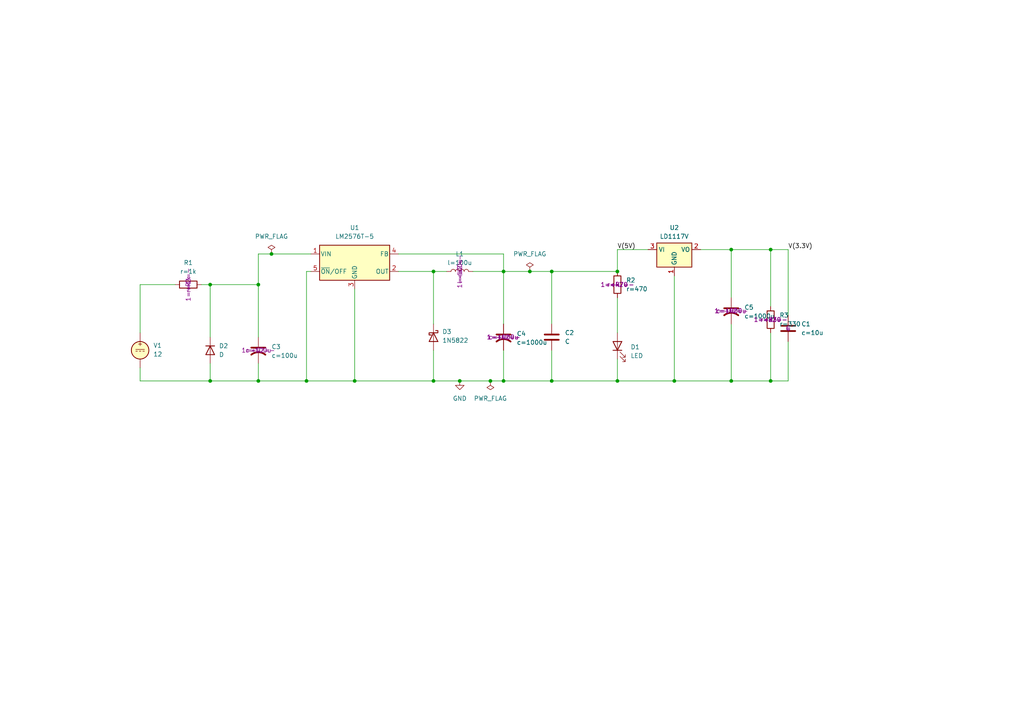
<source format=kicad_sch>
(kicad_sch
	(version 20250114)
	(generator "eeschema")
	(generator_version "9.0")
	(uuid "6c523371-ce08-4632-a016-d632867cd0af")
	(paper "A4")
	(lib_symbols
		(symbol "Device:C"
			(pin_numbers
				(hide yes)
			)
			(pin_names
				(offset 0.254)
			)
			(exclude_from_sim no)
			(in_bom yes)
			(on_board yes)
			(property "Reference" "C"
				(at 0.635 2.54 0)
				(effects
					(font
						(size 1.27 1.27)
					)
					(justify left)
				)
			)
			(property "Value" "C"
				(at 0.635 -2.54 0)
				(effects
					(font
						(size 1.27 1.27)
					)
					(justify left)
				)
			)
			(property "Footprint" ""
				(at 0.9652 -3.81 0)
				(effects
					(font
						(size 1.27 1.27)
					)
					(hide yes)
				)
			)
			(property "Datasheet" "~"
				(at 0 0 0)
				(effects
					(font
						(size 1.27 1.27)
					)
					(hide yes)
				)
			)
			(property "Description" "Unpolarized capacitor"
				(at 0 0 0)
				(effects
					(font
						(size 1.27 1.27)
					)
					(hide yes)
				)
			)
			(property "ki_keywords" "cap capacitor"
				(at 0 0 0)
				(effects
					(font
						(size 1.27 1.27)
					)
					(hide yes)
				)
			)
			(property "ki_fp_filters" "C_*"
				(at 0 0 0)
				(effects
					(font
						(size 1.27 1.27)
					)
					(hide yes)
				)
			)
			(symbol "C_0_1"
				(polyline
					(pts
						(xy -2.032 0.762) (xy 2.032 0.762)
					)
					(stroke
						(width 0.508)
						(type default)
					)
					(fill
						(type none)
					)
				)
				(polyline
					(pts
						(xy -2.032 -0.762) (xy 2.032 -0.762)
					)
					(stroke
						(width 0.508)
						(type default)
					)
					(fill
						(type none)
					)
				)
			)
			(symbol "C_1_1"
				(pin passive line
					(at 0 3.81 270)
					(length 2.794)
					(name "~"
						(effects
							(font
								(size 1.27 1.27)
							)
						)
					)
					(number "1"
						(effects
							(font
								(size 1.27 1.27)
							)
						)
					)
				)
				(pin passive line
					(at 0 -3.81 90)
					(length 2.794)
					(name "~"
						(effects
							(font
								(size 1.27 1.27)
							)
						)
					)
					(number "2"
						(effects
							(font
								(size 1.27 1.27)
							)
						)
					)
				)
			)
			(embedded_fonts no)
		)
		(symbol "Device:C_US"
			(pin_numbers
				(hide yes)
			)
			(pin_names
				(offset 0.254)
				(hide yes)
			)
			(exclude_from_sim no)
			(in_bom yes)
			(on_board yes)
			(property "Reference" "C"
				(at 0.635 2.54 0)
				(effects
					(font
						(size 1.27 1.27)
					)
					(justify left)
				)
			)
			(property "Value" "C_US"
				(at 0.635 -2.54 0)
				(effects
					(font
						(size 1.27 1.27)
					)
					(justify left)
				)
			)
			(property "Footprint" ""
				(at 0 0 0)
				(effects
					(font
						(size 1.27 1.27)
					)
					(hide yes)
				)
			)
			(property "Datasheet" ""
				(at 0 0 0)
				(effects
					(font
						(size 1.27 1.27)
					)
					(hide yes)
				)
			)
			(property "Description" "capacitor, US symbol"
				(at 0 0 0)
				(effects
					(font
						(size 1.27 1.27)
					)
					(hide yes)
				)
			)
			(property "ki_keywords" "cap capacitor"
				(at 0 0 0)
				(effects
					(font
						(size 1.27 1.27)
					)
					(hide yes)
				)
			)
			(property "ki_fp_filters" "C_*"
				(at 0 0 0)
				(effects
					(font
						(size 1.27 1.27)
					)
					(hide yes)
				)
			)
			(symbol "C_US_0_1"
				(polyline
					(pts
						(xy -2.032 0.762) (xy 2.032 0.762)
					)
					(stroke
						(width 0.508)
						(type default)
					)
					(fill
						(type none)
					)
				)
				(arc
					(start -2.032 -1.27)
					(mid 0 -0.5572)
					(end 2.032 -1.27)
					(stroke
						(width 0.508)
						(type default)
					)
					(fill
						(type none)
					)
				)
			)
			(symbol "C_US_1_1"
				(pin passive line
					(at 0 3.81 270)
					(length 2.794)
					(name "~"
						(effects
							(font
								(size 1.27 1.27)
							)
						)
					)
					(number "1"
						(effects
							(font
								(size 1.27 1.27)
							)
						)
					)
				)
				(pin passive line
					(at 0 -3.81 90)
					(length 3.302)
					(name "~"
						(effects
							(font
								(size 1.27 1.27)
							)
						)
					)
					(number "2"
						(effects
							(font
								(size 1.27 1.27)
							)
						)
					)
				)
			)
			(embedded_fonts no)
		)
		(symbol "Device:D"
			(pin_numbers
				(hide yes)
			)
			(pin_names
				(offset 1.016)
				(hide yes)
			)
			(exclude_from_sim no)
			(in_bom yes)
			(on_board yes)
			(property "Reference" "D"
				(at 0 2.54 0)
				(effects
					(font
						(size 1.27 1.27)
					)
				)
			)
			(property "Value" "D"
				(at 0 -2.54 0)
				(effects
					(font
						(size 1.27 1.27)
					)
				)
			)
			(property "Footprint" ""
				(at 0 0 0)
				(effects
					(font
						(size 1.27 1.27)
					)
					(hide yes)
				)
			)
			(property "Datasheet" "~"
				(at 0 0 0)
				(effects
					(font
						(size 1.27 1.27)
					)
					(hide yes)
				)
			)
			(property "Description" "Diode"
				(at 0 0 0)
				(effects
					(font
						(size 1.27 1.27)
					)
					(hide yes)
				)
			)
			(property "Sim.Device" "D"
				(at 0 0 0)
				(effects
					(font
						(size 1.27 1.27)
					)
					(hide yes)
				)
			)
			(property "Sim.Pins" "1=K 2=A"
				(at 0 0 0)
				(effects
					(font
						(size 1.27 1.27)
					)
					(hide yes)
				)
			)
			(property "ki_keywords" "diode"
				(at 0 0 0)
				(effects
					(font
						(size 1.27 1.27)
					)
					(hide yes)
				)
			)
			(property "ki_fp_filters" "TO-???* *_Diode_* *SingleDiode* D_*"
				(at 0 0 0)
				(effects
					(font
						(size 1.27 1.27)
					)
					(hide yes)
				)
			)
			(symbol "D_0_1"
				(polyline
					(pts
						(xy -1.27 1.27) (xy -1.27 -1.27)
					)
					(stroke
						(width 0.254)
						(type default)
					)
					(fill
						(type none)
					)
				)
				(polyline
					(pts
						(xy 1.27 1.27) (xy 1.27 -1.27) (xy -1.27 0) (xy 1.27 1.27)
					)
					(stroke
						(width 0.254)
						(type default)
					)
					(fill
						(type none)
					)
				)
				(polyline
					(pts
						(xy 1.27 0) (xy -1.27 0)
					)
					(stroke
						(width 0)
						(type default)
					)
					(fill
						(type none)
					)
				)
			)
			(symbol "D_1_1"
				(pin passive line
					(at -3.81 0 0)
					(length 2.54)
					(name "K"
						(effects
							(font
								(size 1.27 1.27)
							)
						)
					)
					(number "1"
						(effects
							(font
								(size 1.27 1.27)
							)
						)
					)
				)
				(pin passive line
					(at 3.81 0 180)
					(length 2.54)
					(name "A"
						(effects
							(font
								(size 1.27 1.27)
							)
						)
					)
					(number "2"
						(effects
							(font
								(size 1.27 1.27)
							)
						)
					)
				)
			)
			(embedded_fonts no)
		)
		(symbol "Device:L"
			(pin_numbers
				(hide yes)
			)
			(pin_names
				(offset 1.016)
				(hide yes)
			)
			(exclude_from_sim no)
			(in_bom yes)
			(on_board yes)
			(property "Reference" "L"
				(at -1.27 0 90)
				(effects
					(font
						(size 1.27 1.27)
					)
				)
			)
			(property "Value" "L"
				(at 1.905 0 90)
				(effects
					(font
						(size 1.27 1.27)
					)
				)
			)
			(property "Footprint" ""
				(at 0 0 0)
				(effects
					(font
						(size 1.27 1.27)
					)
					(hide yes)
				)
			)
			(property "Datasheet" "~"
				(at 0 0 0)
				(effects
					(font
						(size 1.27 1.27)
					)
					(hide yes)
				)
			)
			(property "Description" "Inductor"
				(at 0 0 0)
				(effects
					(font
						(size 1.27 1.27)
					)
					(hide yes)
				)
			)
			(property "ki_keywords" "inductor choke coil reactor magnetic"
				(at 0 0 0)
				(effects
					(font
						(size 1.27 1.27)
					)
					(hide yes)
				)
			)
			(property "ki_fp_filters" "Choke_* *Coil* Inductor_* L_*"
				(at 0 0 0)
				(effects
					(font
						(size 1.27 1.27)
					)
					(hide yes)
				)
			)
			(symbol "L_0_1"
				(arc
					(start 0 2.54)
					(mid 0.6323 1.905)
					(end 0 1.27)
					(stroke
						(width 0)
						(type default)
					)
					(fill
						(type none)
					)
				)
				(arc
					(start 0 1.27)
					(mid 0.6323 0.635)
					(end 0 0)
					(stroke
						(width 0)
						(type default)
					)
					(fill
						(type none)
					)
				)
				(arc
					(start 0 0)
					(mid 0.6323 -0.635)
					(end 0 -1.27)
					(stroke
						(width 0)
						(type default)
					)
					(fill
						(type none)
					)
				)
				(arc
					(start 0 -1.27)
					(mid 0.6323 -1.905)
					(end 0 -2.54)
					(stroke
						(width 0)
						(type default)
					)
					(fill
						(type none)
					)
				)
			)
			(symbol "L_1_1"
				(pin passive line
					(at 0 3.81 270)
					(length 1.27)
					(name "1"
						(effects
							(font
								(size 1.27 1.27)
							)
						)
					)
					(number "1"
						(effects
							(font
								(size 1.27 1.27)
							)
						)
					)
				)
				(pin passive line
					(at 0 -3.81 90)
					(length 1.27)
					(name "2"
						(effects
							(font
								(size 1.27 1.27)
							)
						)
					)
					(number "2"
						(effects
							(font
								(size 1.27 1.27)
							)
						)
					)
				)
			)
			(embedded_fonts no)
		)
		(symbol "Device:LED"
			(pin_numbers
				(hide yes)
			)
			(pin_names
				(offset 1.016)
				(hide yes)
			)
			(exclude_from_sim no)
			(in_bom yes)
			(on_board yes)
			(property "Reference" "D"
				(at 0 2.54 0)
				(effects
					(font
						(size 1.27 1.27)
					)
				)
			)
			(property "Value" "LED"
				(at 0 -2.54 0)
				(effects
					(font
						(size 1.27 1.27)
					)
				)
			)
			(property "Footprint" ""
				(at 0 0 0)
				(effects
					(font
						(size 1.27 1.27)
					)
					(hide yes)
				)
			)
			(property "Datasheet" "~"
				(at 0 0 0)
				(effects
					(font
						(size 1.27 1.27)
					)
					(hide yes)
				)
			)
			(property "Description" "Light emitting diode"
				(at 0 0 0)
				(effects
					(font
						(size 1.27 1.27)
					)
					(hide yes)
				)
			)
			(property "Sim.Pins" "1=K 2=A"
				(at 0 0 0)
				(effects
					(font
						(size 1.27 1.27)
					)
					(hide yes)
				)
			)
			(property "ki_keywords" "LED diode"
				(at 0 0 0)
				(effects
					(font
						(size 1.27 1.27)
					)
					(hide yes)
				)
			)
			(property "ki_fp_filters" "LED* LED_SMD:* LED_THT:*"
				(at 0 0 0)
				(effects
					(font
						(size 1.27 1.27)
					)
					(hide yes)
				)
			)
			(symbol "LED_0_1"
				(polyline
					(pts
						(xy -3.048 -0.762) (xy -4.572 -2.286) (xy -3.81 -2.286) (xy -4.572 -2.286) (xy -4.572 -1.524)
					)
					(stroke
						(width 0)
						(type default)
					)
					(fill
						(type none)
					)
				)
				(polyline
					(pts
						(xy -1.778 -0.762) (xy -3.302 -2.286) (xy -2.54 -2.286) (xy -3.302 -2.286) (xy -3.302 -1.524)
					)
					(stroke
						(width 0)
						(type default)
					)
					(fill
						(type none)
					)
				)
				(polyline
					(pts
						(xy -1.27 0) (xy 1.27 0)
					)
					(stroke
						(width 0)
						(type default)
					)
					(fill
						(type none)
					)
				)
				(polyline
					(pts
						(xy -1.27 -1.27) (xy -1.27 1.27)
					)
					(stroke
						(width 0.254)
						(type default)
					)
					(fill
						(type none)
					)
				)
				(polyline
					(pts
						(xy 1.27 -1.27) (xy 1.27 1.27) (xy -1.27 0) (xy 1.27 -1.27)
					)
					(stroke
						(width 0.254)
						(type default)
					)
					(fill
						(type none)
					)
				)
			)
			(symbol "LED_1_1"
				(pin passive line
					(at -3.81 0 0)
					(length 2.54)
					(name "K"
						(effects
							(font
								(size 1.27 1.27)
							)
						)
					)
					(number "1"
						(effects
							(font
								(size 1.27 1.27)
							)
						)
					)
				)
				(pin passive line
					(at 3.81 0 180)
					(length 2.54)
					(name "A"
						(effects
							(font
								(size 1.27 1.27)
							)
						)
					)
					(number "2"
						(effects
							(font
								(size 1.27 1.27)
							)
						)
					)
				)
			)
			(embedded_fonts no)
		)
		(symbol "Device:R"
			(pin_numbers
				(hide yes)
			)
			(pin_names
				(offset 0)
			)
			(exclude_from_sim no)
			(in_bom yes)
			(on_board yes)
			(property "Reference" "R"
				(at 2.032 0 90)
				(effects
					(font
						(size 1.27 1.27)
					)
				)
			)
			(property "Value" "R"
				(at 0 0 90)
				(effects
					(font
						(size 1.27 1.27)
					)
				)
			)
			(property "Footprint" ""
				(at -1.778 0 90)
				(effects
					(font
						(size 1.27 1.27)
					)
					(hide yes)
				)
			)
			(property "Datasheet" "~"
				(at 0 0 0)
				(effects
					(font
						(size 1.27 1.27)
					)
					(hide yes)
				)
			)
			(property "Description" "Resistor"
				(at 0 0 0)
				(effects
					(font
						(size 1.27 1.27)
					)
					(hide yes)
				)
			)
			(property "ki_keywords" "R res resistor"
				(at 0 0 0)
				(effects
					(font
						(size 1.27 1.27)
					)
					(hide yes)
				)
			)
			(property "ki_fp_filters" "R_*"
				(at 0 0 0)
				(effects
					(font
						(size 1.27 1.27)
					)
					(hide yes)
				)
			)
			(symbol "R_0_1"
				(rectangle
					(start -1.016 -2.54)
					(end 1.016 2.54)
					(stroke
						(width 0.254)
						(type default)
					)
					(fill
						(type none)
					)
				)
			)
			(symbol "R_1_1"
				(pin passive line
					(at 0 3.81 270)
					(length 1.27)
					(name "~"
						(effects
							(font
								(size 1.27 1.27)
							)
						)
					)
					(number "1"
						(effects
							(font
								(size 1.27 1.27)
							)
						)
					)
				)
				(pin passive line
					(at 0 -3.81 90)
					(length 1.27)
					(name "~"
						(effects
							(font
								(size 1.27 1.27)
							)
						)
					)
					(number "2"
						(effects
							(font
								(size 1.27 1.27)
							)
						)
					)
				)
			)
			(embedded_fonts no)
		)
		(symbol "Diode:1N5822"
			(pin_numbers
				(hide yes)
			)
			(pin_names
				(offset 1.016)
				(hide yes)
			)
			(exclude_from_sim no)
			(in_bom yes)
			(on_board yes)
			(property "Reference" "D"
				(at 0 2.54 0)
				(effects
					(font
						(size 1.27 1.27)
					)
				)
			)
			(property "Value" "1N5822"
				(at 0 -2.54 0)
				(effects
					(font
						(size 1.27 1.27)
					)
				)
			)
			(property "Footprint" "Diode_THT:D_DO-201AD_P15.24mm_Horizontal"
				(at 0 -4.445 0)
				(effects
					(font
						(size 1.27 1.27)
					)
					(hide yes)
				)
			)
			(property "Datasheet" "http://www.vishay.com/docs/88526/1n5820.pdf"
				(at 0 0 0)
				(effects
					(font
						(size 1.27 1.27)
					)
					(hide yes)
				)
			)
			(property "Description" "40V 3A Schottky Barrier Rectifier Diode, DO-201AD"
				(at 0 0 0)
				(effects
					(font
						(size 1.27 1.27)
					)
					(hide yes)
				)
			)
			(property "ki_keywords" "diode Schottky"
				(at 0 0 0)
				(effects
					(font
						(size 1.27 1.27)
					)
					(hide yes)
				)
			)
			(property "ki_fp_filters" "D*DO?201AD*"
				(at 0 0 0)
				(effects
					(font
						(size 1.27 1.27)
					)
					(hide yes)
				)
			)
			(symbol "1N5822_0_1"
				(polyline
					(pts
						(xy -1.905 0.635) (xy -1.905 1.27) (xy -1.27 1.27) (xy -1.27 -1.27) (xy -0.635 -1.27) (xy -0.635 -0.635)
					)
					(stroke
						(width 0.254)
						(type default)
					)
					(fill
						(type none)
					)
				)
				(polyline
					(pts
						(xy 1.27 1.27) (xy 1.27 -1.27) (xy -1.27 0) (xy 1.27 1.27)
					)
					(stroke
						(width 0.254)
						(type default)
					)
					(fill
						(type none)
					)
				)
				(polyline
					(pts
						(xy 1.27 0) (xy -1.27 0)
					)
					(stroke
						(width 0)
						(type default)
					)
					(fill
						(type none)
					)
				)
			)
			(symbol "1N5822_1_1"
				(pin passive line
					(at -3.81 0 0)
					(length 2.54)
					(name "K"
						(effects
							(font
								(size 1.27 1.27)
							)
						)
					)
					(number "1"
						(effects
							(font
								(size 1.27 1.27)
							)
						)
					)
				)
				(pin passive line
					(at 3.81 0 180)
					(length 2.54)
					(name "A"
						(effects
							(font
								(size 1.27 1.27)
							)
						)
					)
					(number "2"
						(effects
							(font
								(size 1.27 1.27)
							)
						)
					)
				)
			)
			(embedded_fonts no)
		)
		(symbol "Regulator_Linear:LD1117V"
			(exclude_from_sim no)
			(in_bom yes)
			(on_board yes)
			(property "Reference" "U"
				(at -3.81 3.175 0)
				(effects
					(font
						(size 1.27 1.27)
					)
				)
			)
			(property "Value" "LD1117V"
				(at 0 3.175 0)
				(effects
					(font
						(size 1.27 1.27)
					)
					(justify left)
				)
			)
			(property "Footprint" "Package_TO_SOT_THT:TO-220-3_Vertical"
				(at 0 5.08 0)
				(effects
					(font
						(size 1.27 1.27)
					)
					(hide yes)
				)
			)
			(property "Datasheet" "https://www.st.com/resource/en/datasheet/ld1117.pdf"
				(at 2.54 -6.35 0)
				(effects
					(font
						(size 1.27 1.27)
					)
					(hide yes)
				)
			)
			(property "Description" "800 mA Variable Low Drop Positive Voltage Regulator (ldo). Max input 15V. Output from 1.25V to 25V. TO-220-3"
				(at 0 0 0)
				(effects
					(font
						(size 1.27 1.27)
					)
					(hide yes)
				)
			)
			(property "ki_keywords" "low-dropout-regulator ldo"
				(at 0 0 0)
				(effects
					(font
						(size 1.27 1.27)
					)
					(hide yes)
				)
			)
			(property "ki_fp_filters" "*TO*220*"
				(at 0 0 0)
				(effects
					(font
						(size 1.27 1.27)
					)
					(hide yes)
				)
			)
			(symbol "LD1117V_0_1"
				(rectangle
					(start -5.08 -5.08)
					(end 5.08 1.905)
					(stroke
						(width 0.254)
						(type default)
					)
					(fill
						(type background)
					)
				)
			)
			(symbol "LD1117V_1_1"
				(pin power_in line
					(at -7.62 0 0)
					(length 2.54)
					(name "VI"
						(effects
							(font
								(size 1.27 1.27)
							)
						)
					)
					(number "3"
						(effects
							(font
								(size 1.27 1.27)
							)
						)
					)
				)
				(pin power_in line
					(at 0 -7.62 90)
					(length 2.54)
					(name "GND"
						(effects
							(font
								(size 1.27 1.27)
							)
						)
					)
					(number "1"
						(effects
							(font
								(size 1.27 1.27)
							)
						)
					)
				)
				(pin power_out line
					(at 7.62 0 180)
					(length 2.54)
					(name "VO"
						(effects
							(font
								(size 1.27 1.27)
							)
						)
					)
					(number "2"
						(effects
							(font
								(size 1.27 1.27)
							)
						)
					)
				)
			)
			(embedded_fonts no)
		)
		(symbol "Regulator_Switching:LM2576T-5"
			(pin_names
				(offset 0.254)
			)
			(exclude_from_sim no)
			(in_bom yes)
			(on_board yes)
			(property "Reference" "U"
				(at -10.16 6.35 0)
				(effects
					(font
						(size 1.27 1.27)
					)
					(justify left)
				)
			)
			(property "Value" "LM2576T-5"
				(at 0 6.35 0)
				(effects
					(font
						(size 1.27 1.27)
					)
					(justify left)
				)
			)
			(property "Footprint" "Package_TO_SOT_THT:TO-220-5_Vertical"
				(at 0 -6.35 0)
				(effects
					(font
						(size 1.27 1.27)
						(italic yes)
					)
					(justify left)
					(hide yes)
				)
			)
			(property "Datasheet" "http://www.ti.com/lit/ds/symlink/lm2576.pdf"
				(at 0 0 0)
				(effects
					(font
						(size 1.27 1.27)
					)
					(hide yes)
				)
			)
			(property "Description" "5V, 3A SIMPLE SWITCHER® Step-Down Voltage Regulator, TO-220-5"
				(at 0 0 0)
				(effects
					(font
						(size 1.27 1.27)
					)
					(hide yes)
				)
			)
			(property "ki_keywords" "Step-Down Voltage Regulator 5V 3A"
				(at 0 0 0)
				(effects
					(font
						(size 1.27 1.27)
					)
					(hide yes)
				)
			)
			(property "ki_fp_filters" "TO?220*"
				(at 0 0 0)
				(effects
					(font
						(size 1.27 1.27)
					)
					(hide yes)
				)
			)
			(symbol "LM2576T-5_0_1"
				(rectangle
					(start -10.16 5.08)
					(end 10.16 -5.08)
					(stroke
						(width 0.254)
						(type default)
					)
					(fill
						(type background)
					)
				)
			)
			(symbol "LM2576T-5_1_1"
				(pin power_in line
					(at -12.7 2.54 0)
					(length 2.54)
					(name "VIN"
						(effects
							(font
								(size 1.27 1.27)
							)
						)
					)
					(number "1"
						(effects
							(font
								(size 1.27 1.27)
							)
						)
					)
				)
				(pin input line
					(at -12.7 -2.54 0)
					(length 2.54)
					(name "~{ON}/OFF"
						(effects
							(font
								(size 1.27 1.27)
							)
						)
					)
					(number "5"
						(effects
							(font
								(size 1.27 1.27)
							)
						)
					)
				)
				(pin power_in line
					(at 0 -7.62 90)
					(length 2.54)
					(name "GND"
						(effects
							(font
								(size 1.27 1.27)
							)
						)
					)
					(number "3"
						(effects
							(font
								(size 1.27 1.27)
							)
						)
					)
				)
				(pin input line
					(at 12.7 2.54 180)
					(length 2.54)
					(name "FB"
						(effects
							(font
								(size 1.27 1.27)
							)
						)
					)
					(number "4"
						(effects
							(font
								(size 1.27 1.27)
							)
						)
					)
				)
				(pin output line
					(at 12.7 -2.54 180)
					(length 2.54)
					(name "OUT"
						(effects
							(font
								(size 1.27 1.27)
							)
						)
					)
					(number "2"
						(effects
							(font
								(size 1.27 1.27)
							)
						)
					)
				)
			)
			(embedded_fonts no)
		)
		(symbol "Simulation_SPICE:VDC"
			(pin_numbers
				(hide yes)
			)
			(pin_names
				(offset 0.0254)
			)
			(exclude_from_sim no)
			(in_bom yes)
			(on_board yes)
			(property "Reference" "V"
				(at 2.54 2.54 0)
				(effects
					(font
						(size 1.27 1.27)
					)
					(justify left)
				)
			)
			(property "Value" "1"
				(at 2.54 0 0)
				(effects
					(font
						(size 1.27 1.27)
					)
					(justify left)
				)
			)
			(property "Footprint" ""
				(at 0 0 0)
				(effects
					(font
						(size 1.27 1.27)
					)
					(hide yes)
				)
			)
			(property "Datasheet" "https://ngspice.sourceforge.io/docs/ngspice-html-manual/manual.xhtml#sec_Independent_Sources_for"
				(at 0 0 0)
				(effects
					(font
						(size 1.27 1.27)
					)
					(hide yes)
				)
			)
			(property "Description" "Voltage source, DC"
				(at 0 0 0)
				(effects
					(font
						(size 1.27 1.27)
					)
					(hide yes)
				)
			)
			(property "Sim.Pins" "1=+ 2=-"
				(at 0 0 0)
				(effects
					(font
						(size 1.27 1.27)
					)
					(hide yes)
				)
			)
			(property "Sim.Type" "DC"
				(at 0 0 0)
				(effects
					(font
						(size 1.27 1.27)
					)
					(hide yes)
				)
			)
			(property "Sim.Device" "V"
				(at 0 0 0)
				(effects
					(font
						(size 1.27 1.27)
					)
					(justify left)
					(hide yes)
				)
			)
			(property "ki_keywords" "simulation"
				(at 0 0 0)
				(effects
					(font
						(size 1.27 1.27)
					)
					(hide yes)
				)
			)
			(symbol "VDC_0_0"
				(polyline
					(pts
						(xy -1.27 0.254) (xy 1.27 0.254)
					)
					(stroke
						(width 0)
						(type default)
					)
					(fill
						(type none)
					)
				)
				(polyline
					(pts
						(xy -0.762 -0.254) (xy -1.27 -0.254)
					)
					(stroke
						(width 0)
						(type default)
					)
					(fill
						(type none)
					)
				)
				(polyline
					(pts
						(xy 0.254 -0.254) (xy -0.254 -0.254)
					)
					(stroke
						(width 0)
						(type default)
					)
					(fill
						(type none)
					)
				)
				(polyline
					(pts
						(xy 1.27 -0.254) (xy 0.762 -0.254)
					)
					(stroke
						(width 0)
						(type default)
					)
					(fill
						(type none)
					)
				)
				(text "+"
					(at 0 1.905 0)
					(effects
						(font
							(size 1.27 1.27)
						)
					)
				)
			)
			(symbol "VDC_0_1"
				(circle
					(center 0 0)
					(radius 2.54)
					(stroke
						(width 0.254)
						(type default)
					)
					(fill
						(type background)
					)
				)
			)
			(symbol "VDC_1_1"
				(pin passive line
					(at 0 5.08 270)
					(length 2.54)
					(name "~"
						(effects
							(font
								(size 1.27 1.27)
							)
						)
					)
					(number "1"
						(effects
							(font
								(size 1.27 1.27)
							)
						)
					)
				)
				(pin passive line
					(at 0 -5.08 90)
					(length 2.54)
					(name "~"
						(effects
							(font
								(size 1.27 1.27)
							)
						)
					)
					(number "2"
						(effects
							(font
								(size 1.27 1.27)
							)
						)
					)
				)
			)
			(embedded_fonts no)
		)
		(symbol "power:GND"
			(power)
			(pin_numbers
				(hide yes)
			)
			(pin_names
				(offset 0)
				(hide yes)
			)
			(exclude_from_sim no)
			(in_bom yes)
			(on_board yes)
			(property "Reference" "#PWR"
				(at 0 -6.35 0)
				(effects
					(font
						(size 1.27 1.27)
					)
					(hide yes)
				)
			)
			(property "Value" "GND"
				(at 0 -3.81 0)
				(effects
					(font
						(size 1.27 1.27)
					)
				)
			)
			(property "Footprint" ""
				(at 0 0 0)
				(effects
					(font
						(size 1.27 1.27)
					)
					(hide yes)
				)
			)
			(property "Datasheet" ""
				(at 0 0 0)
				(effects
					(font
						(size 1.27 1.27)
					)
					(hide yes)
				)
			)
			(property "Description" "Power symbol creates a global label with name \"GND\" , ground"
				(at 0 0 0)
				(effects
					(font
						(size 1.27 1.27)
					)
					(hide yes)
				)
			)
			(property "ki_keywords" "global power"
				(at 0 0 0)
				(effects
					(font
						(size 1.27 1.27)
					)
					(hide yes)
				)
			)
			(symbol "GND_0_1"
				(polyline
					(pts
						(xy 0 0) (xy 0 -1.27) (xy 1.27 -1.27) (xy 0 -2.54) (xy -1.27 -1.27) (xy 0 -1.27)
					)
					(stroke
						(width 0)
						(type default)
					)
					(fill
						(type none)
					)
				)
			)
			(symbol "GND_1_1"
				(pin power_in line
					(at 0 0 270)
					(length 0)
					(name "~"
						(effects
							(font
								(size 1.27 1.27)
							)
						)
					)
					(number "1"
						(effects
							(font
								(size 1.27 1.27)
							)
						)
					)
				)
			)
			(embedded_fonts no)
		)
		(symbol "power:PWR_FLAG"
			(power)
			(pin_numbers
				(hide yes)
			)
			(pin_names
				(offset 0)
				(hide yes)
			)
			(exclude_from_sim no)
			(in_bom yes)
			(on_board yes)
			(property "Reference" "#FLG"
				(at 0 1.905 0)
				(effects
					(font
						(size 1.27 1.27)
					)
					(hide yes)
				)
			)
			(property "Value" "PWR_FLAG"
				(at 0 3.81 0)
				(effects
					(font
						(size 1.27 1.27)
					)
				)
			)
			(property "Footprint" ""
				(at 0 0 0)
				(effects
					(font
						(size 1.27 1.27)
					)
					(hide yes)
				)
			)
			(property "Datasheet" "~"
				(at 0 0 0)
				(effects
					(font
						(size 1.27 1.27)
					)
					(hide yes)
				)
			)
			(property "Description" "Special symbol for telling ERC where power comes from"
				(at 0 0 0)
				(effects
					(font
						(size 1.27 1.27)
					)
					(hide yes)
				)
			)
			(property "ki_keywords" "flag power"
				(at 0 0 0)
				(effects
					(font
						(size 1.27 1.27)
					)
					(hide yes)
				)
			)
			(symbol "PWR_FLAG_0_0"
				(pin power_out line
					(at 0 0 90)
					(length 0)
					(name "~"
						(effects
							(font
								(size 1.27 1.27)
							)
						)
					)
					(number "1"
						(effects
							(font
								(size 1.27 1.27)
							)
						)
					)
				)
			)
			(symbol "PWR_FLAG_0_1"
				(polyline
					(pts
						(xy 0 0) (xy 0 1.27) (xy -1.016 1.905) (xy 0 2.54) (xy 1.016 1.905) (xy 0 1.27)
					)
					(stroke
						(width 0)
						(type default)
					)
					(fill
						(type none)
					)
				)
			)
			(embedded_fonts no)
		)
	)
	(junction
		(at 223.52 72.39)
		(diameter 0)
		(color 0 0 0 0)
		(uuid "080c316e-bb8d-41b8-8dfd-99316673c8ab")
	)
	(junction
		(at 74.93 82.55)
		(diameter 0)
		(color 0 0 0 0)
		(uuid "12658e19-048c-4a01-84d5-5d0c18cb3f2f")
	)
	(junction
		(at 179.07 78.74)
		(diameter 0)
		(color 0 0 0 0)
		(uuid "1fb82fce-2b0c-43c4-bc57-ec1ada3a9dc4")
	)
	(junction
		(at 212.09 72.39)
		(diameter 0)
		(color 0 0 0 0)
		(uuid "221817ec-1be8-48b8-9205-5ebaf0ccc1c0")
	)
	(junction
		(at 223.52 110.49)
		(diameter 0)
		(color 0 0 0 0)
		(uuid "41b589a6-a2d1-4c09-adb3-e3fc99f48c50")
	)
	(junction
		(at 60.96 82.55)
		(diameter 0)
		(color 0 0 0 0)
		(uuid "48b8abf6-5b1c-44b4-9a9d-5f7bae35b2b6")
	)
	(junction
		(at 179.07 110.49)
		(diameter 0)
		(color 0 0 0 0)
		(uuid "4d21834c-d82b-493b-b961-21a6e2ade459")
	)
	(junction
		(at 160.02 110.49)
		(diameter 0)
		(color 0 0 0 0)
		(uuid "4d7b41ea-d71d-41b2-9e62-f9bf4109a55e")
	)
	(junction
		(at 78.74 73.66)
		(diameter 0)
		(color 0 0 0 0)
		(uuid "4f5777b7-2899-4f94-9c71-5667f3b5805c")
	)
	(junction
		(at 142.24 110.49)
		(diameter 0)
		(color 0 0 0 0)
		(uuid "599c194d-e8c3-4786-afff-82eeeaa05ac5")
	)
	(junction
		(at 60.96 110.49)
		(diameter 0)
		(color 0 0 0 0)
		(uuid "628f3787-ca70-4a0e-899a-bf79657f2985")
	)
	(junction
		(at 74.93 110.49)
		(diameter 0)
		(color 0 0 0 0)
		(uuid "661391ef-7952-4b35-944d-ed5d288cbae7")
	)
	(junction
		(at 146.05 78.74)
		(diameter 0)
		(color 0 0 0 0)
		(uuid "71243018-a70b-4707-a63b-a3319225defb")
	)
	(junction
		(at 125.73 78.74)
		(diameter 0)
		(color 0 0 0 0)
		(uuid "7d671445-4590-4524-a2bd-4e57b8a6425a")
	)
	(junction
		(at 160.02 78.74)
		(diameter 0)
		(color 0 0 0 0)
		(uuid "7e08030e-6f1c-4a18-9db9-aeac8ae5a7a0")
	)
	(junction
		(at 88.9 110.49)
		(diameter 0)
		(color 0 0 0 0)
		(uuid "87d43625-6555-41b0-aeb9-6e958bbe132d")
	)
	(junction
		(at 212.09 110.49)
		(diameter 0)
		(color 0 0 0 0)
		(uuid "af96d517-ad79-4065-8bfd-789c118b59db")
	)
	(junction
		(at 195.58 110.49)
		(diameter 0)
		(color 0 0 0 0)
		(uuid "babc841e-36d5-4820-94af-cd2df93c4778")
	)
	(junction
		(at 153.67 78.74)
		(diameter 0)
		(color 0 0 0 0)
		(uuid "c12527e5-6e1e-4d31-99aa-2227ebc24312")
	)
	(junction
		(at 102.87 110.49)
		(diameter 0)
		(color 0 0 0 0)
		(uuid "d5e0ff9e-fdfe-4ec8-ae56-e5eb4270ac69")
	)
	(junction
		(at 146.05 110.49)
		(diameter 0)
		(color 0 0 0 0)
		(uuid "d9882933-c37a-4d39-ae73-2aab9b4d987a")
	)
	(junction
		(at 133.35 110.49)
		(diameter 0)
		(color 0 0 0 0)
		(uuid "f9d63132-0734-4607-8993-a7d581c4fd8c")
	)
	(junction
		(at 125.73 110.49)
		(diameter 0)
		(color 0 0 0 0)
		(uuid "febbb17d-f1bf-4a59-b977-d94002db37fc")
	)
	(wire
		(pts
			(xy 228.6 110.49) (xy 228.6 99.06)
		)
		(stroke
			(width 0)
			(type default)
		)
		(uuid "067ad424-61ee-49d9-b136-2bf84d99e098")
	)
	(wire
		(pts
			(xy 88.9 78.74) (xy 88.9 110.49)
		)
		(stroke
			(width 0)
			(type default)
		)
		(uuid "098e6690-aa6e-45fe-99c8-5984ca8488b7")
	)
	(wire
		(pts
			(xy 115.57 73.66) (xy 146.05 73.66)
		)
		(stroke
			(width 0)
			(type default)
		)
		(uuid "0bda1916-a59e-42bd-a0a5-1ca09ec5b983")
	)
	(wire
		(pts
			(xy 212.09 72.39) (xy 223.52 72.39)
		)
		(stroke
			(width 0)
			(type default)
		)
		(uuid "0d5e3f87-0801-46aa-bba6-4e8453bbbd21")
	)
	(wire
		(pts
			(xy 146.05 78.74) (xy 153.67 78.74)
		)
		(stroke
			(width 0)
			(type default)
		)
		(uuid "11c728ff-0509-48a7-ba72-137e6623a937")
	)
	(wire
		(pts
			(xy 179.07 86.36) (xy 179.07 96.52)
		)
		(stroke
			(width 0)
			(type default)
		)
		(uuid "130075b2-4410-4c4c-9db6-1c3b3e8d1bfc")
	)
	(wire
		(pts
			(xy 74.93 73.66) (xy 78.74 73.66)
		)
		(stroke
			(width 0)
			(type default)
		)
		(uuid "1b2e4832-abe9-4c7d-a8c7-864159568561")
	)
	(wire
		(pts
			(xy 88.9 110.49) (xy 102.87 110.49)
		)
		(stroke
			(width 0)
			(type default)
		)
		(uuid "23f7e570-d93b-4578-9661-81351eb47690")
	)
	(wire
		(pts
			(xy 212.09 72.39) (xy 212.09 86.36)
		)
		(stroke
			(width 0)
			(type default)
		)
		(uuid "252f8755-d1ca-4d05-8e36-11fc0724b02f")
	)
	(wire
		(pts
			(xy 74.93 110.49) (xy 88.9 110.49)
		)
		(stroke
			(width 0)
			(type default)
		)
		(uuid "290c14b7-6cf5-42ee-865e-113ca97bd6e2")
	)
	(wire
		(pts
			(xy 133.35 110.49) (xy 142.24 110.49)
		)
		(stroke
			(width 0)
			(type default)
		)
		(uuid "292d5f74-ce95-46e9-b40b-b174aad2876a")
	)
	(wire
		(pts
			(xy 153.67 78.74) (xy 160.02 78.74)
		)
		(stroke
			(width 0)
			(type default)
		)
		(uuid "2b86dca1-2f36-4c04-99d2-e27ced99b45a")
	)
	(wire
		(pts
			(xy 160.02 78.74) (xy 160.02 93.98)
		)
		(stroke
			(width 0)
			(type default)
		)
		(uuid "2c24f395-a43f-421e-a7ad-f2a97a44df00")
	)
	(wire
		(pts
			(xy 40.64 82.55) (xy 50.8 82.55)
		)
		(stroke
			(width 0)
			(type default)
		)
		(uuid "2d47e201-d342-49e0-9726-0a6ff1ce1980")
	)
	(wire
		(pts
			(xy 60.96 110.49) (xy 74.93 110.49)
		)
		(stroke
			(width 0)
			(type default)
		)
		(uuid "32cf31a4-f171-4c8a-aae8-86cc6e8ea2ea")
	)
	(wire
		(pts
			(xy 223.52 110.49) (xy 228.6 110.49)
		)
		(stroke
			(width 0)
			(type default)
		)
		(uuid "40b625c8-5098-4275-aa67-c2aabf36e8ba")
	)
	(wire
		(pts
			(xy 160.02 110.49) (xy 179.07 110.49)
		)
		(stroke
			(width 0)
			(type default)
		)
		(uuid "4327850a-d891-4e21-8ac1-ed451e4ecd53")
	)
	(wire
		(pts
			(xy 223.52 72.39) (xy 223.52 88.9)
		)
		(stroke
			(width 0)
			(type default)
		)
		(uuid "44bc1a60-9d0c-40c8-adc7-43d389813ea4")
	)
	(wire
		(pts
			(xy 179.07 72.39) (xy 187.96 72.39)
		)
		(stroke
			(width 0)
			(type default)
		)
		(uuid "48164ac6-8fd1-439b-8027-3282eba34135")
	)
	(wire
		(pts
			(xy 125.73 78.74) (xy 125.73 93.98)
		)
		(stroke
			(width 0)
			(type default)
		)
		(uuid "4a8a53aa-0ac7-4746-b895-f2fb804c8c74")
	)
	(wire
		(pts
			(xy 125.73 110.49) (xy 133.35 110.49)
		)
		(stroke
			(width 0)
			(type default)
		)
		(uuid "56d17885-b1c2-4153-9ae6-f82651fe60d3")
	)
	(wire
		(pts
			(xy 115.57 78.74) (xy 125.73 78.74)
		)
		(stroke
			(width 0)
			(type default)
		)
		(uuid "5a096319-b47e-49ae-93b3-f0108871bdf0")
	)
	(wire
		(pts
			(xy 40.64 96.52) (xy 40.64 82.55)
		)
		(stroke
			(width 0)
			(type default)
		)
		(uuid "6531b47f-2c2d-42bf-a13d-f7efac0b0aa5")
	)
	(wire
		(pts
			(xy 125.73 101.6) (xy 125.73 110.49)
		)
		(stroke
			(width 0)
			(type default)
		)
		(uuid "6cd69e51-b7f4-42d0-a414-ea4c7eee7f18")
	)
	(wire
		(pts
			(xy 212.09 110.49) (xy 223.52 110.49)
		)
		(stroke
			(width 0)
			(type default)
		)
		(uuid "70f50344-982c-48e2-a27c-be06093f5357")
	)
	(wire
		(pts
			(xy 223.52 96.52) (xy 223.52 110.49)
		)
		(stroke
			(width 0)
			(type default)
		)
		(uuid "71c47a5e-834f-48c2-b24b-90de7c9f9632")
	)
	(wire
		(pts
			(xy 40.64 110.49) (xy 60.96 110.49)
		)
		(stroke
			(width 0)
			(type default)
		)
		(uuid "7d7e5384-28e6-43d2-8049-962c52d9d726")
	)
	(wire
		(pts
			(xy 160.02 78.74) (xy 179.07 78.74)
		)
		(stroke
			(width 0)
			(type default)
		)
		(uuid "820c3505-3009-4a1f-888a-093722e39a14")
	)
	(wire
		(pts
			(xy 223.52 72.39) (xy 228.6 72.39)
		)
		(stroke
			(width 0)
			(type default)
		)
		(uuid "8303d5d7-b5a2-47da-b0e0-af47e4fe8ab0")
	)
	(wire
		(pts
			(xy 146.05 78.74) (xy 146.05 93.98)
		)
		(stroke
			(width 0)
			(type default)
		)
		(uuid "8423d244-2dc8-4a98-bf8b-3014073ec8cb")
	)
	(wire
		(pts
			(xy 203.2 72.39) (xy 212.09 72.39)
		)
		(stroke
			(width 0)
			(type default)
		)
		(uuid "85eebd1e-d3ea-4ee5-a926-a7dbd73e1328")
	)
	(wire
		(pts
			(xy 60.96 105.41) (xy 60.96 110.49)
		)
		(stroke
			(width 0)
			(type default)
		)
		(uuid "8f1593b0-2dc7-42b7-9a12-23e75df76ae6")
	)
	(wire
		(pts
			(xy 58.42 82.55) (xy 60.96 82.55)
		)
		(stroke
			(width 0)
			(type default)
		)
		(uuid "8f7e7ba0-cff4-4a38-9c64-be40b7a14faf")
	)
	(wire
		(pts
			(xy 40.64 106.68) (xy 40.64 110.49)
		)
		(stroke
			(width 0)
			(type default)
		)
		(uuid "936cabc4-afee-4287-a72c-b4b81afee779")
	)
	(wire
		(pts
			(xy 146.05 73.66) (xy 146.05 78.74)
		)
		(stroke
			(width 0)
			(type default)
		)
		(uuid "96473b1b-1441-41f0-91ba-99031da70b68")
	)
	(wire
		(pts
			(xy 74.93 82.55) (xy 74.93 97.79)
		)
		(stroke
			(width 0)
			(type default)
		)
		(uuid "98404a4f-837a-4947-b6d9-5c66fcffcfbc")
	)
	(wire
		(pts
			(xy 74.93 105.41) (xy 74.93 110.49)
		)
		(stroke
			(width 0)
			(type default)
		)
		(uuid "9baf9888-7a06-4629-8e06-5c0dbbf40560")
	)
	(wire
		(pts
			(xy 60.96 82.55) (xy 60.96 97.79)
		)
		(stroke
			(width 0)
			(type default)
		)
		(uuid "a04992ea-63b5-45be-8665-40e09045a868")
	)
	(wire
		(pts
			(xy 179.07 78.74) (xy 179.07 72.39)
		)
		(stroke
			(width 0)
			(type default)
		)
		(uuid "a0e81a7a-e827-486f-a816-bce87246d98d")
	)
	(wire
		(pts
			(xy 74.93 82.55) (xy 74.93 73.66)
		)
		(stroke
			(width 0)
			(type default)
		)
		(uuid "a5aa2b11-fe9a-4710-a05f-84967f5e90ad")
	)
	(wire
		(pts
			(xy 228.6 72.39) (xy 228.6 91.44)
		)
		(stroke
			(width 0)
			(type default)
		)
		(uuid "af89dab3-0138-4a70-b531-c3c6923d8d00")
	)
	(wire
		(pts
			(xy 125.73 78.74) (xy 129.54 78.74)
		)
		(stroke
			(width 0)
			(type default)
		)
		(uuid "b20651eb-e698-4742-8455-65084f0df23c")
	)
	(wire
		(pts
			(xy 146.05 110.49) (xy 160.02 110.49)
		)
		(stroke
			(width 0)
			(type default)
		)
		(uuid "b56060b1-b54f-47a9-944d-a74f8183fcdd")
	)
	(wire
		(pts
			(xy 195.58 110.49) (xy 212.09 110.49)
		)
		(stroke
			(width 0)
			(type default)
		)
		(uuid "b91cea8a-129a-4a4b-8f41-a6e737c8845d")
	)
	(wire
		(pts
			(xy 146.05 101.6) (xy 146.05 110.49)
		)
		(stroke
			(width 0)
			(type default)
		)
		(uuid "bd28d21a-2b9a-4b0e-88f6-be7de722072d")
	)
	(wire
		(pts
			(xy 102.87 83.82) (xy 102.87 110.49)
		)
		(stroke
			(width 0)
			(type default)
		)
		(uuid "c4e2d0cd-4236-4d3b-a8f7-6fd5e6ac0323")
	)
	(wire
		(pts
			(xy 90.17 78.74) (xy 88.9 78.74)
		)
		(stroke
			(width 0)
			(type default)
		)
		(uuid "c57116bf-0258-4aa1-b225-f54776074e4e")
	)
	(wire
		(pts
			(xy 179.07 104.14) (xy 179.07 110.49)
		)
		(stroke
			(width 0)
			(type default)
		)
		(uuid "c6553e54-555c-4b35-9f5f-16fd373db378")
	)
	(wire
		(pts
			(xy 160.02 101.6) (xy 160.02 110.49)
		)
		(stroke
			(width 0)
			(type default)
		)
		(uuid "cc3c970f-6ef0-439e-a48d-9c9bf4c27c33")
	)
	(wire
		(pts
			(xy 142.24 110.49) (xy 146.05 110.49)
		)
		(stroke
			(width 0)
			(type default)
		)
		(uuid "cc8f6deb-2342-41b5-a598-c9727ce7e59a")
	)
	(wire
		(pts
			(xy 137.16 78.74) (xy 146.05 78.74)
		)
		(stroke
			(width 0)
			(type default)
		)
		(uuid "d4859ae2-3440-4375-8380-90aeb4f525a5")
	)
	(wire
		(pts
			(xy 78.74 73.66) (xy 90.17 73.66)
		)
		(stroke
			(width 0)
			(type default)
		)
		(uuid "e49a9013-d935-4c94-aefc-8c902a2177f7")
	)
	(wire
		(pts
			(xy 212.09 93.98) (xy 212.09 110.49)
		)
		(stroke
			(width 0)
			(type default)
		)
		(uuid "ebe38e0f-0138-43a6-824a-aae336d14e77")
	)
	(wire
		(pts
			(xy 102.87 110.49) (xy 125.73 110.49)
		)
		(stroke
			(width 0)
			(type default)
		)
		(uuid "ecef03e8-fe5e-4f3d-b8ce-77a3d4fe93a7")
	)
	(wire
		(pts
			(xy 195.58 80.01) (xy 195.58 110.49)
		)
		(stroke
			(width 0)
			(type default)
		)
		(uuid "ed8a2e23-279f-4b16-9951-e89c85387340")
	)
	(wire
		(pts
			(xy 60.96 82.55) (xy 74.93 82.55)
		)
		(stroke
			(width 0)
			(type default)
		)
		(uuid "f0e86c0f-9645-4f3e-8d5a-6ca036482e3a")
	)
	(wire
		(pts
			(xy 179.07 110.49) (xy 195.58 110.49)
		)
		(stroke
			(width 0)
			(type default)
		)
		(uuid "fea3ac23-8064-4c26-aeba-a84b1ca756bd")
	)
	(label "V(3.3V)"
		(at 228.6 72.39 0)
		(effects
			(font
				(size 1.27 1.27)
			)
			(justify left bottom)
		)
		(uuid "34b3b20a-c889-4d1b-87ea-0092d39abb59")
	)
	(label "V(5V)"
		(at 179.07 72.39 0)
		(effects
			(font
				(size 1.27 1.27)
			)
			(justify left bottom)
		)
		(uuid "eb8f9b90-dd38-4399-8427-e7e5d911bec8")
	)
	(symbol
		(lib_id "power:PWR_FLAG")
		(at 78.74 73.66 0)
		(unit 1)
		(exclude_from_sim no)
		(in_bom yes)
		(on_board yes)
		(dnp no)
		(fields_autoplaced yes)
		(uuid "0d11688f-6255-48a2-91e9-7ca228167d4b")
		(property "Reference" "#FLG02"
			(at 78.74 71.755 0)
			(effects
				(font
					(size 1.27 1.27)
				)
				(hide yes)
			)
		)
		(property "Value" "PWR_FLAG"
			(at 78.74 68.58 0)
			(effects
				(font
					(size 1.27 1.27)
				)
			)
		)
		(property "Footprint" ""
			(at 78.74 73.66 0)
			(effects
				(font
					(size 1.27 1.27)
				)
				(hide yes)
			)
		)
		(property "Datasheet" "~"
			(at 78.74 73.66 0)
			(effects
				(font
					(size 1.27 1.27)
				)
				(hide yes)
			)
		)
		(property "Description" "Special symbol for telling ERC where power comes from"
			(at 78.74 73.66 0)
			(effects
				(font
					(size 1.27 1.27)
				)
				(hide yes)
			)
		)
		(pin "1"
			(uuid "482dcf64-11bd-4233-ac6e-b6840c02729e")
		)
		(instances
			(project ""
				(path "/6c523371-ce08-4632-a016-d632867cd0af"
					(reference "#FLG02")
					(unit 1)
				)
			)
		)
	)
	(symbol
		(lib_id "Device:C_US")
		(at 146.05 97.79 0)
		(unit 1)
		(exclude_from_sim no)
		(in_bom yes)
		(on_board yes)
		(dnp no)
		(fields_autoplaced yes)
		(uuid "267c43b4-12d6-47a2-9d81-9e012f8d91fc")
		(property "Reference" "C4"
			(at 149.86 96.7739 0)
			(effects
				(font
					(size 1.27 1.27)
				)
				(justify left)
			)
		)
		(property "Value" "${SIM.PARAMS}"
			(at 149.86 99.3139 0)
			(effects
				(font
					(size 1.27 1.27)
				)
				(justify left)
			)
		)
		(property "Footprint" ""
			(at 146.05 97.79 0)
			(effects
				(font
					(size 1.27 1.27)
				)
				(hide yes)
			)
		)
		(property "Datasheet" ""
			(at 146.05 97.79 0)
			(effects
				(font
					(size 1.27 1.27)
				)
				(hide yes)
			)
		)
		(property "Description" "capacitor, US symbol"
			(at 146.05 97.79 0)
			(effects
				(font
					(size 1.27 1.27)
				)
				(hide yes)
			)
		)
		(property "Sim.Device" "C"
			(at 146.05 97.79 0)
			(effects
				(font
					(size 1.27 1.27)
				)
			)
		)
		(property "Sim.Type" "="
			(at 146.05 97.79 0)
			(effects
				(font
					(size 1.27 1.27)
				)
			)
		)
		(property "Sim.Params" "c=1000u"
			(at 146.05 97.79 0)
			(effects
				(font
					(size 1.27 1.27)
				)
			)
		)
		(property "Sim.Pins" "1=+ 2=-"
			(at 146.05 97.79 0)
			(effects
				(font
					(size 1.27 1.27)
				)
			)
		)
		(pin "2"
			(uuid "ec678f2e-44ef-48a7-84cc-3af0f0b08385")
		)
		(pin "1"
			(uuid "5d812d63-a137-406c-b720-5ab53e30f36b")
		)
		(instances
			(project ""
				(path "/6c523371-ce08-4632-a016-d632867cd0af"
					(reference "C4")
					(unit 1)
				)
			)
		)
	)
	(symbol
		(lib_id "Device:C")
		(at 228.6 95.25 0)
		(unit 1)
		(exclude_from_sim no)
		(in_bom yes)
		(on_board yes)
		(dnp no)
		(fields_autoplaced yes)
		(uuid "2a344810-fe5a-418d-b897-8e7cea0604be")
		(property "Reference" "C1"
			(at 232.41 93.9799 0)
			(effects
				(font
					(size 1.27 1.27)
				)
				(justify left)
			)
		)
		(property "Value" "${SIM.PARAMS}"
			(at 232.41 96.5199 0)
			(effects
				(font
					(size 1.27 1.27)
				)
				(justify left)
			)
		)
		(property "Footprint" "Capacitor_THT:C_Radial_D5.0mm_H5.0mm_P2.00mm"
			(at 229.5652 99.06 0)
			(effects
				(font
					(size 1.27 1.27)
				)
				(hide yes)
			)
		)
		(property "Datasheet" "~"
			(at 228.6 95.25 0)
			(effects
				(font
					(size 1.27 1.27)
				)
				(hide yes)
			)
		)
		(property "Description" "Unpolarized capacitor"
			(at 228.6 95.25 0)
			(effects
				(font
					(size 1.27 1.27)
				)
				(hide yes)
			)
		)
		(property "Sim.Device" "C"
			(at 228.6 95.25 0)
			(effects
				(font
					(size 1.27 1.27)
				)
			)
		)
		(property "Sim.Type" "="
			(at 228.6 95.25 0)
			(effects
				(font
					(size 1.27 1.27)
				)
			)
		)
		(property "Sim.Params" "c=10u"
			(at 228.6 95.25 0)
			(effects
				(font
					(size 1.27 1.27)
				)
				(hide yes)
			)
		)
		(property "Sim.Pins" "1=+ 2=-"
			(at 228.6 95.25 0)
			(effects
				(font
					(size 1.27 1.27)
				)
				(hide yes)
			)
		)
		(pin "1"
			(uuid "ad171e44-d52a-423e-9461-3fbabcb003d5")
		)
		(pin "2"
			(uuid "77dbf0b5-e102-43c9-8a19-c73401e6555a")
		)
		(instances
			(project ""
				(path "/6c523371-ce08-4632-a016-d632867cd0af"
					(reference "C1")
					(unit 1)
				)
			)
		)
	)
	(symbol
		(lib_id "power:GND")
		(at 133.35 110.49 0)
		(unit 1)
		(exclude_from_sim no)
		(in_bom yes)
		(on_board yes)
		(dnp no)
		(fields_autoplaced yes)
		(uuid "2e4ad3cd-10b7-4366-840f-f5df268f3ac4")
		(property "Reference" "#PWR01"
			(at 133.35 116.84 0)
			(effects
				(font
					(size 1.27 1.27)
				)
				(hide yes)
			)
		)
		(property "Value" "GND"
			(at 133.35 115.57 0)
			(effects
				(font
					(size 1.27 1.27)
				)
			)
		)
		(property "Footprint" ""
			(at 133.35 110.49 0)
			(effects
				(font
					(size 1.27 1.27)
				)
				(hide yes)
			)
		)
		(property "Datasheet" ""
			(at 133.35 110.49 0)
			(effects
				(font
					(size 1.27 1.27)
				)
				(hide yes)
			)
		)
		(property "Description" "Power symbol creates a global label with name \"GND\" , ground"
			(at 133.35 110.49 0)
			(effects
				(font
					(size 1.27 1.27)
				)
				(hide yes)
			)
		)
		(pin "1"
			(uuid "5375b271-68c6-4e36-a026-3bf9b53738dc")
		)
		(instances
			(project ""
				(path "/6c523371-ce08-4632-a016-d632867cd0af"
					(reference "#PWR01")
					(unit 1)
				)
			)
		)
	)
	(symbol
		(lib_id "Device:R")
		(at 223.52 92.71 0)
		(unit 1)
		(exclude_from_sim no)
		(in_bom yes)
		(on_board yes)
		(dnp no)
		(fields_autoplaced yes)
		(uuid "3d3a828a-95e8-49c0-b1d5-08689b4227e7")
		(property "Reference" "R3"
			(at 226.06 91.4399 0)
			(effects
				(font
					(size 1.27 1.27)
				)
				(justify left)
			)
		)
		(property "Value" "${SIM.PARAMS}"
			(at 226.06 93.9799 0)
			(effects
				(font
					(size 1.27 1.27)
				)
				(justify left)
			)
		)
		(property "Footprint" ""
			(at 221.742 92.71 90)
			(effects
				(font
					(size 1.27 1.27)
				)
				(hide yes)
			)
		)
		(property "Datasheet" "~"
			(at 223.52 92.71 0)
			(effects
				(font
					(size 1.27 1.27)
				)
				(hide yes)
			)
		)
		(property "Description" "Resistor"
			(at 223.52 92.71 0)
			(effects
				(font
					(size 1.27 1.27)
				)
				(hide yes)
			)
		)
		(property "Sim.Device" "R"
			(at 223.52 92.71 0)
			(effects
				(font
					(size 1.27 1.27)
				)
			)
		)
		(property "Sim.Type" "="
			(at 223.52 92.71 0)
			(effects
				(font
					(size 1.27 1.27)
				)
			)
		)
		(property "Sim.Params" "r=330"
			(at 223.52 92.71 0)
			(effects
				(font
					(size 1.27 1.27)
				)
			)
		)
		(property "Sim.Pins" "1=+ 2=-"
			(at 223.52 92.71 0)
			(effects
				(font
					(size 1.27 1.27)
				)
			)
		)
		(pin "1"
			(uuid "2e99c804-b3db-4822-85c7-d6fe5b79855d")
		)
		(pin "2"
			(uuid "24cfb75c-e891-400d-bba6-ae62930ea838")
		)
		(instances
			(project ""
				(path "/6c523371-ce08-4632-a016-d632867cd0af"
					(reference "R3")
					(unit 1)
				)
			)
		)
	)
	(symbol
		(lib_id "Device:C")
		(at 160.02 97.79 0)
		(unit 1)
		(exclude_from_sim no)
		(in_bom yes)
		(on_board yes)
		(dnp no)
		(fields_autoplaced yes)
		(uuid "4e42e48c-47e0-4ceb-a225-cd4c8d7e90b9")
		(property "Reference" "C2"
			(at 163.83 96.5199 0)
			(effects
				(font
					(size 1.27 1.27)
				)
				(justify left)
			)
		)
		(property "Value" "C"
			(at 163.83 99.0599 0)
			(effects
				(font
					(size 1.27 1.27)
				)
				(justify left)
			)
		)
		(property "Footprint" "Capacitor_THT:C_Radial_D5.0mm_H5.0mm_P2.00mm"
			(at 160.9852 101.6 0)
			(effects
				(font
					(size 1.27 1.27)
				)
				(hide yes)
			)
		)
		(property "Datasheet" "~"
			(at 160.02 97.79 0)
			(effects
				(font
					(size 1.27 1.27)
				)
				(hide yes)
			)
		)
		(property "Description" "Unpolarized capacitor"
			(at 160.02 97.79 0)
			(effects
				(font
					(size 1.27 1.27)
				)
				(hide yes)
			)
		)
		(pin "2"
			(uuid "02c5b0a2-cd51-4a2d-b7c9-029b6fa3ce15")
		)
		(pin "1"
			(uuid "9661f62f-da4c-4ac3-a2c3-8450b445d739")
		)
		(instances
			(project ""
				(path "/6c523371-ce08-4632-a016-d632867cd0af"
					(reference "C2")
					(unit 1)
				)
			)
		)
	)
	(symbol
		(lib_id "Device:D")
		(at 60.96 101.6 270)
		(unit 1)
		(exclude_from_sim no)
		(in_bom yes)
		(on_board yes)
		(dnp no)
		(fields_autoplaced yes)
		(uuid "9981e350-760f-4643-8222-4d8b31c8bc4a")
		(property "Reference" "D2"
			(at 63.5 100.3299 90)
			(effects
				(font
					(size 1.27 1.27)
				)
				(justify left)
			)
		)
		(property "Value" "D"
			(at 63.5 102.8699 90)
			(effects
				(font
					(size 1.27 1.27)
				)
				(justify left)
			)
		)
		(property "Footprint" "Diode_THT:D_DO-41_SOD81_P2.54mm_Vertical_KathodeUp"
			(at 60.96 101.6 0)
			(effects
				(font
					(size 1.27 1.27)
				)
				(hide yes)
			)
		)
		(property "Datasheet" "~"
			(at 60.96 101.6 0)
			(effects
				(font
					(size 1.27 1.27)
				)
				(hide yes)
			)
		)
		(property "Description" "Diode"
			(at 60.96 101.6 0)
			(effects
				(font
					(size 1.27 1.27)
				)
				(hide yes)
			)
		)
		(property "Sim.Device" "D"
			(at 60.96 101.6 0)
			(effects
				(font
					(size 1.27 1.27)
				)
				(hide yes)
			)
		)
		(property "Sim.Pins" "1=K 2=A"
			(at 60.96 101.6 0)
			(effects
				(font
					(size 1.27 1.27)
				)
				(hide yes)
			)
		)
		(pin "1"
			(uuid "5b9693dd-c8f8-4a0d-83d1-2ac44fcf68fb")
		)
		(pin "2"
			(uuid "8d3c4455-895f-4de8-afc7-cd3d22830639")
		)
		(instances
			(project ""
				(path "/6c523371-ce08-4632-a016-d632867cd0af"
					(reference "D2")
					(unit 1)
				)
			)
		)
	)
	(symbol
		(lib_id "Diode:1N5822")
		(at 125.73 97.79 270)
		(unit 1)
		(exclude_from_sim no)
		(in_bom yes)
		(on_board yes)
		(dnp no)
		(fields_autoplaced yes)
		(uuid "a7a8c164-6ec1-433c-9c56-541f08bb54f7")
		(property "Reference" "D3"
			(at 128.27 96.2024 90)
			(effects
				(font
					(size 1.27 1.27)
				)
				(justify left)
			)
		)
		(property "Value" "1N5822"
			(at 128.27 98.7424 90)
			(effects
				(font
					(size 1.27 1.27)
				)
				(justify left)
			)
		)
		(property "Footprint" "Diode_THT:D_DO-201AD_P15.24mm_Horizontal"
			(at 121.285 97.79 0)
			(effects
				(font
					(size 1.27 1.27)
				)
				(hide yes)
			)
		)
		(property "Datasheet" "http://www.vishay.com/docs/88526/1n5820.pdf"
			(at 125.73 97.79 0)
			(effects
				(font
					(size 1.27 1.27)
				)
				(hide yes)
			)
		)
		(property "Description" "40V 3A Schottky Barrier Rectifier Diode, DO-201AD"
			(at 125.73 97.79 0)
			(effects
				(font
					(size 1.27 1.27)
				)
				(hide yes)
			)
		)
		(property "Sim.Library" "1N5822.subckt"
			(at 125.73 97.79 0)
			(effects
				(font
					(size 1.27 1.27)
				)
				(hide yes)
			)
		)
		(property "Sim.Name" "D1N5822"
			(at 125.73 97.79 0)
			(effects
				(font
					(size 1.27 1.27)
				)
				(hide yes)
			)
		)
		(property "Sim.Device" "D"
			(at 125.73 97.79 0)
			(effects
				(font
					(size 1.27 1.27)
				)
				(hide yes)
			)
		)
		(property "Sim.Pins" "1=A 2=K"
			(at 125.73 97.79 0)
			(effects
				(font
					(size 1.27 1.27)
				)
				(hide yes)
			)
		)
		(pin "2"
			(uuid "5bf64045-2919-4df0-a8a7-5a88f7ea1ffe")
		)
		(pin "1"
			(uuid "204a4387-c0b9-4378-bd96-881a0585e83e")
		)
		(instances
			(project ""
				(path "/6c523371-ce08-4632-a016-d632867cd0af"
					(reference "D3")
					(unit 1)
				)
			)
		)
	)
	(symbol
		(lib_id "Regulator_Linear:LD1117V")
		(at 195.58 72.39 0)
		(unit 1)
		(exclude_from_sim no)
		(in_bom yes)
		(on_board yes)
		(dnp no)
		(fields_autoplaced yes)
		(uuid "a8f80611-11f5-4d67-b42d-b0ca301e1f2b")
		(property "Reference" "U2"
			(at 195.58 66.04 0)
			(effects
				(font
					(size 1.27 1.27)
				)
			)
		)
		(property "Value" "LD1117V"
			(at 195.58 68.58 0)
			(effects
				(font
					(size 1.27 1.27)
				)
			)
		)
		(property "Footprint" "Package_TO_SOT_THT:TO-220-3_Vertical"
			(at 195.58 67.31 0)
			(effects
				(font
					(size 1.27 1.27)
				)
				(hide yes)
			)
		)
		(property "Datasheet" "https://www.st.com/resource/en/datasheet/ld1117.pdf"
			(at 198.12 78.74 0)
			(effects
				(font
					(size 1.27 1.27)
				)
				(hide yes)
			)
		)
		(property "Description" "800 mA Variable Low Drop Positive Voltage Regulator (ldo). Max input 15V. Output from 1.25V to 25V. TO-220-3"
			(at 195.58 72.39 0)
			(effects
				(font
					(size 1.27 1.27)
				)
				(hide yes)
			)
		)
		(property "Sim.Library" "LD1117.subckt"
			(at 195.58 72.39 0)
			(effects
				(font
					(size 1.27 1.27)
				)
				(hide yes)
			)
		)
		(property "Sim.Name" "LD1117V33"
			(at 195.58 72.39 0)
			(effects
				(font
					(size 1.27 1.27)
				)
				(hide yes)
			)
		)
		(property "Sim.Device" "SUBCKT"
			(at 195.58 72.39 0)
			(effects
				(font
					(size 1.27 1.27)
				)
				(hide yes)
			)
		)
		(property "Sim.Pins" "1=GND 2=OUT 3=IN"
			(at 195.58 72.39 0)
			(effects
				(font
					(size 1.27 1.27)
				)
				(hide yes)
			)
		)
		(pin "3"
			(uuid "0ebd638d-b705-44aa-876e-549786716e6f")
		)
		(pin "1"
			(uuid "96d040a7-84e6-4955-9f73-f130be05c574")
		)
		(pin "2"
			(uuid "5a31623d-68e3-474e-8efb-e3065667e097")
		)
		(instances
			(project ""
				(path "/6c523371-ce08-4632-a016-d632867cd0af"
					(reference "U2")
					(unit 1)
				)
			)
		)
	)
	(symbol
		(lib_id "Device:C_US")
		(at 74.93 101.6 0)
		(unit 1)
		(exclude_from_sim no)
		(in_bom yes)
		(on_board yes)
		(dnp no)
		(fields_autoplaced yes)
		(uuid "a9dd095a-d391-4c91-9944-eca54fb15c92")
		(property "Reference" "C3"
			(at 78.74 100.5839 0)
			(effects
				(font
					(size 1.27 1.27)
				)
				(justify left)
			)
		)
		(property "Value" "${SIM.PARAMS}"
			(at 78.74 103.1239 0)
			(effects
				(font
					(size 1.27 1.27)
				)
				(justify left)
			)
		)
		(property "Footprint" "Capacitor_THT:C_Radial_D6.3mm_H11.0mm_P2.50mm"
			(at 74.93 101.6 0)
			(effects
				(font
					(size 1.27 1.27)
				)
				(hide yes)
			)
		)
		(property "Datasheet" ""
			(at 74.93 101.6 0)
			(effects
				(font
					(size 1.27 1.27)
				)
				(hide yes)
			)
		)
		(property "Description" "capacitor, US symbol"
			(at 74.93 101.6 0)
			(effects
				(font
					(size 1.27 1.27)
				)
				(hide yes)
			)
		)
		(property "Sim.Device" "C"
			(at 74.93 101.6 0)
			(effects
				(font
					(size 1.27 1.27)
				)
			)
		)
		(property "Sim.Type" "="
			(at 74.93 101.6 0)
			(effects
				(font
					(size 1.27 1.27)
				)
			)
		)
		(property "Sim.Params" "c=100u"
			(at 74.93 101.6 0)
			(effects
				(font
					(size 1.27 1.27)
				)
			)
		)
		(property "Sim.Pins" "1=+ 2=-"
			(at 74.93 101.6 0)
			(effects
				(font
					(size 1.27 1.27)
				)
			)
		)
		(pin "1"
			(uuid "89fe6f05-2d49-42ac-a3bb-3c6c9a67d75a")
		)
		(pin "2"
			(uuid "9293e8a2-5429-4a0a-925c-fe8b67a1e728")
		)
		(instances
			(project ""
				(path "/6c523371-ce08-4632-a016-d632867cd0af"
					(reference "C3")
					(unit 1)
				)
			)
		)
	)
	(symbol
		(lib_id "Device:L")
		(at 133.35 78.74 90)
		(unit 1)
		(exclude_from_sim no)
		(in_bom yes)
		(on_board yes)
		(dnp no)
		(fields_autoplaced yes)
		(uuid "abe36eb3-574d-4e6e-a3d7-21ffb8c2a6f8")
		(property "Reference" "L1"
			(at 133.35 73.66 90)
			(effects
				(font
					(size 1.27 1.27)
				)
			)
		)
		(property "Value" "${SIM.PARAMS}"
			(at 133.35 76.2 90)
			(effects
				(font
					(size 1.27 1.27)
				)
			)
		)
		(property "Footprint" "Inductor_SMD:L_6.3x6.3_H3"
			(at 133.35 78.74 0)
			(effects
				(font
					(size 1.27 1.27)
				)
				(hide yes)
			)
		)
		(property "Datasheet" "~"
			(at 133.35 78.74 0)
			(effects
				(font
					(size 1.27 1.27)
				)
				(hide yes)
			)
		)
		(property "Description" "Inductor"
			(at 133.35 78.74 0)
			(effects
				(font
					(size 1.27 1.27)
				)
				(hide yes)
			)
		)
		(property "Sim.Device" "L"
			(at 133.35 78.74 0)
			(effects
				(font
					(size 1.27 1.27)
				)
			)
		)
		(property "Sim.Type" "="
			(at 133.35 78.74 0)
			(effects
				(font
					(size 1.27 1.27)
				)
			)
		)
		(property "Sim.Params" "l=100u"
			(at 133.35 78.74 0)
			(effects
				(font
					(size 1.27 1.27)
				)
			)
		)
		(property "Sim.Pins" "1=+ 2=-"
			(at 133.35 78.74 0)
			(effects
				(font
					(size 1.27 1.27)
				)
			)
		)
		(pin "1"
			(uuid "3b834318-8964-483d-9ec6-2a2ac9279d2e")
		)
		(pin "2"
			(uuid "b4968d36-fb0f-4527-bcdd-1449c3d3c46f")
		)
		(instances
			(project ""
				(path "/6c523371-ce08-4632-a016-d632867cd0af"
					(reference "L1")
					(unit 1)
				)
			)
		)
	)
	(symbol
		(lib_id "Device:C_US")
		(at 212.09 90.17 0)
		(unit 1)
		(exclude_from_sim no)
		(in_bom yes)
		(on_board yes)
		(dnp no)
		(fields_autoplaced yes)
		(uuid "be6d7ac5-b77d-46ba-b80d-f1c3765bfd55")
		(property "Reference" "C5"
			(at 215.9 89.1539 0)
			(effects
				(font
					(size 1.27 1.27)
				)
				(justify left)
			)
		)
		(property "Value" "${SIM.PARAMS}"
			(at 215.9 91.6939 0)
			(effects
				(font
					(size 1.27 1.27)
				)
				(justify left)
			)
		)
		(property "Footprint" ""
			(at 212.09 90.17 0)
			(effects
				(font
					(size 1.27 1.27)
				)
				(hide yes)
			)
		)
		(property "Datasheet" ""
			(at 212.09 90.17 0)
			(effects
				(font
					(size 1.27 1.27)
				)
				(hide yes)
			)
		)
		(property "Description" "capacitor, US symbol"
			(at 212.09 90.17 0)
			(effects
				(font
					(size 1.27 1.27)
				)
				(hide yes)
			)
		)
		(property "Sim.Device" "C"
			(at 212.09 90.17 0)
			(effects
				(font
					(size 1.27 1.27)
				)
			)
		)
		(property "Sim.Type" "="
			(at 212.09 90.17 0)
			(effects
				(font
					(size 1.27 1.27)
				)
			)
		)
		(property "Sim.Params" "c=1000u"
			(at 212.09 90.17 0)
			(effects
				(font
					(size 1.27 1.27)
				)
			)
		)
		(property "Sim.Pins" "1=+ 2=-"
			(at 212.09 90.17 0)
			(effects
				(font
					(size 1.27 1.27)
				)
			)
		)
		(pin "1"
			(uuid "306d2903-54fb-4029-afb6-c50e382617fd")
		)
		(pin "2"
			(uuid "ad7e8cc5-c05d-44ea-bf20-629063b92a02")
		)
		(instances
			(project ""
				(path "/6c523371-ce08-4632-a016-d632867cd0af"
					(reference "C5")
					(unit 1)
				)
			)
		)
	)
	(symbol
		(lib_id "Device:LED")
		(at 179.07 100.33 90)
		(unit 1)
		(exclude_from_sim no)
		(in_bom yes)
		(on_board yes)
		(dnp no)
		(fields_autoplaced yes)
		(uuid "cee11a69-7798-42f9-bd12-292290e11df8")
		(property "Reference" "D1"
			(at 182.88 100.6474 90)
			(effects
				(font
					(size 1.27 1.27)
				)
				(justify right)
			)
		)
		(property "Value" "LED"
			(at 182.88 103.1874 90)
			(effects
				(font
					(size 1.27 1.27)
				)
				(justify right)
			)
		)
		(property "Footprint" "LED_THT:LED_D5.0mm"
			(at 179.07 100.33 0)
			(effects
				(font
					(size 1.27 1.27)
				)
				(hide yes)
			)
		)
		(property "Datasheet" "~"
			(at 179.07 100.33 0)
			(effects
				(font
					(size 1.27 1.27)
				)
				(hide yes)
			)
		)
		(property "Description" "Light emitting diode"
			(at 179.07 100.33 0)
			(effects
				(font
					(size 1.27 1.27)
				)
				(hide yes)
			)
		)
		(property "Sim.Pins" "1=A 2=K"
			(at 179.07 100.33 0)
			(effects
				(font
					(size 1.27 1.27)
				)
				(hide yes)
			)
		)
		(property "Sim.Library" "led.subckt"
			(at 179.07 100.33 0)
			(effects
				(font
					(size 1.27 1.27)
				)
				(hide yes)
			)
		)
		(property "Sim.Name" "LED"
			(at 179.07 100.33 0)
			(effects
				(font
					(size 1.27 1.27)
				)
				(hide yes)
			)
		)
		(property "Sim.Device" "D"
			(at 179.07 100.33 0)
			(effects
				(font
					(size 1.27 1.27)
				)
				(hide yes)
			)
		)
		(pin "2"
			(uuid "824e32ec-cd33-47fc-9d59-123226040572")
		)
		(pin "1"
			(uuid "b8a195dd-4b86-4ae8-bbc5-a406b934d7dd")
		)
		(instances
			(project ""
				(path "/6c523371-ce08-4632-a016-d632867cd0af"
					(reference "D1")
					(unit 1)
				)
			)
		)
	)
	(symbol
		(lib_id "power:PWR_FLAG")
		(at 153.67 78.74 0)
		(unit 1)
		(exclude_from_sim no)
		(in_bom yes)
		(on_board yes)
		(dnp no)
		(fields_autoplaced yes)
		(uuid "d721787b-149a-4c60-ae89-ecfe754b503b")
		(property "Reference" "#FLG01"
			(at 153.67 76.835 0)
			(effects
				(font
					(size 1.27 1.27)
				)
				(hide yes)
			)
		)
		(property "Value" "PWR_FLAG"
			(at 153.67 73.66 0)
			(effects
				(font
					(size 1.27 1.27)
				)
			)
		)
		(property "Footprint" ""
			(at 153.67 78.74 0)
			(effects
				(font
					(size 1.27 1.27)
				)
				(hide yes)
			)
		)
		(property "Datasheet" "~"
			(at 153.67 78.74 0)
			(effects
				(font
					(size 1.27 1.27)
				)
				(hide yes)
			)
		)
		(property "Description" "Special symbol for telling ERC where power comes from"
			(at 153.67 78.74 0)
			(effects
				(font
					(size 1.27 1.27)
				)
				(hide yes)
			)
		)
		(pin "1"
			(uuid "da355ab8-04d8-47cb-abe8-8797659d3b40")
		)
		(instances
			(project ""
				(path "/6c523371-ce08-4632-a016-d632867cd0af"
					(reference "#FLG01")
					(unit 1)
				)
			)
		)
	)
	(symbol
		(lib_id "Simulation_SPICE:VDC")
		(at 40.64 101.6 0)
		(unit 1)
		(exclude_from_sim no)
		(in_bom yes)
		(on_board yes)
		(dnp no)
		(fields_autoplaced yes)
		(uuid "e0e2c4e3-c511-4141-88c6-72afe94bd767")
		(property "Reference" "V1"
			(at 44.45 100.2001 0)
			(effects
				(font
					(size 1.27 1.27)
				)
				(justify left)
			)
		)
		(property "Value" "12"
			(at 44.45 102.7401 0)
			(effects
				(font
					(size 1.27 1.27)
				)
				(justify left)
			)
		)
		(property "Footprint" ""
			(at 40.64 101.6 0)
			(effects
				(font
					(size 1.27 1.27)
				)
				(hide yes)
			)
		)
		(property "Datasheet" "https://ngspice.sourceforge.io/docs/ngspice-html-manual/manual.xhtml#sec_Independent_Sources_for"
			(at 40.64 101.6 0)
			(effects
				(font
					(size 1.27 1.27)
				)
				(hide yes)
			)
		)
		(property "Description" "Voltage source, DC"
			(at 40.64 101.6 0)
			(effects
				(font
					(size 1.27 1.27)
				)
				(hide yes)
			)
		)
		(property "Sim.Pins" "1=+ 2=-"
			(at 40.64 101.6 0)
			(effects
				(font
					(size 1.27 1.27)
				)
				(hide yes)
			)
		)
		(property "Sim.Type" "DC"
			(at 40.64 101.6 0)
			(effects
				(font
					(size 1.27 1.27)
				)
				(hide yes)
			)
		)
		(property "Sim.Device" "V"
			(at 40.64 101.6 0)
			(effects
				(font
					(size 1.27 1.27)
				)
				(justify left)
				(hide yes)
			)
		)
		(pin "2"
			(uuid "42433ef8-92d3-447f-a064-60c239d119bc")
		)
		(pin "1"
			(uuid "53bbfc21-fc88-4246-989d-d8ae9d1d9291")
		)
		(instances
			(project ""
				(path "/6c523371-ce08-4632-a016-d632867cd0af"
					(reference "V1")
					(unit 1)
				)
			)
		)
	)
	(symbol
		(lib_id "Device:R")
		(at 54.61 82.55 270)
		(unit 1)
		(exclude_from_sim no)
		(in_bom yes)
		(on_board yes)
		(dnp no)
		(fields_autoplaced yes)
		(uuid "ecdc79ca-09c3-4394-a499-27bfb1416576")
		(property "Reference" "R1"
			(at 54.61 76.2 90)
			(effects
				(font
					(size 1.27 1.27)
				)
			)
		)
		(property "Value" "${SIM.PARAMS}"
			(at 54.61 78.74 90)
			(effects
				(font
					(size 1.27 1.27)
				)
			)
		)
		(property "Footprint" "Resistor_THT:R_Axial_DIN0204_L3.6mm_D1.6mm_P5.08mm_Horizontal"
			(at 54.61 80.772 90)
			(effects
				(font
					(size 1.27 1.27)
				)
				(hide yes)
			)
		)
		(property "Datasheet" "~"
			(at 54.61 82.55 0)
			(effects
				(font
					(size 1.27 1.27)
				)
				(hide yes)
			)
		)
		(property "Description" "Resistor"
			(at 54.61 82.55 0)
			(effects
				(font
					(size 1.27 1.27)
				)
				(hide yes)
			)
		)
		(property "Sim.Device" "R"
			(at 54.61 82.55 0)
			(effects
				(font
					(size 1.27 1.27)
				)
			)
		)
		(property "Sim.Type" "="
			(at 54.61 82.55 0)
			(effects
				(font
					(size 1.27 1.27)
				)
			)
		)
		(property "Sim.Params" "r=1k"
			(at 54.61 82.55 0)
			(effects
				(font
					(size 1.27 1.27)
				)
			)
		)
		(property "Sim.Pins" "1=+ 2=-"
			(at 54.61 82.55 0)
			(effects
				(font
					(size 1.27 1.27)
				)
			)
		)
		(pin "2"
			(uuid "86e806ad-6379-4b3d-9309-0f5e12ecd4a7")
		)
		(pin "1"
			(uuid "9cb53d31-d22c-4ff6-bdf4-21c3b55034bd")
		)
		(instances
			(project ""
				(path "/6c523371-ce08-4632-a016-d632867cd0af"
					(reference "R1")
					(unit 1)
				)
			)
		)
	)
	(symbol
		(lib_id "Regulator_Switching:LM2576T-5")
		(at 102.87 76.2 0)
		(unit 1)
		(exclude_from_sim no)
		(in_bom yes)
		(on_board yes)
		(dnp no)
		(fields_autoplaced yes)
		(uuid "ef901a64-d458-447e-9cab-72984d718523")
		(property "Reference" "U1"
			(at 102.87 66.04 0)
			(effects
				(font
					(size 1.27 1.27)
				)
			)
		)
		(property "Value" "LM2576T-5"
			(at 102.87 68.58 0)
			(effects
				(font
					(size 1.27 1.27)
				)
			)
		)
		(property "Footprint" "Package_TO_SOT_THT:TO-220-5_Vertical"
			(at 102.87 82.55 0)
			(effects
				(font
					(size 1.27 1.27)
					(italic yes)
				)
				(justify left)
				(hide yes)
			)
		)
		(property "Datasheet" "http://www.ti.com/lit/ds/symlink/lm2576.pdf"
			(at 102.87 76.2 0)
			(effects
				(font
					(size 1.27 1.27)
				)
				(hide yes)
			)
		)
		(property "Description" "5V, 3A SIMPLE SWITCHER® Step-Down Voltage Regulator, TO-220-5"
			(at 102.87 76.2 0)
			(effects
				(font
					(size 1.27 1.27)
				)
				(hide yes)
			)
		)
		(property "Sim.Library" "LM2576.subckt"
			(at 102.87 76.2 0)
			(effects
				(font
					(size 1.27 1.27)
				)
				(hide yes)
			)
		)
		(property "Sim.Name" "LM2576T5"
			(at 102.87 76.2 0)
			(effects
				(font
					(size 1.27 1.27)
				)
				(hide yes)
			)
		)
		(property "Sim.Device" "SUBCKT"
			(at 102.87 76.2 0)
			(effects
				(font
					(size 1.27 1.27)
				)
				(hide yes)
			)
		)
		(property "Sim.Pins" "1=VIN 2=SW 3=GND 4=VOUT 5=FB"
			(at 102.87 76.2 0)
			(effects
				(font
					(size 1.27 1.27)
				)
				(hide yes)
			)
		)
		(pin "1"
			(uuid "1e119e65-2761-4e2b-b7de-aaee5a5af269")
		)
		(pin "2"
			(uuid "701252bf-10d0-4699-b14b-0366e345ece6")
		)
		(pin "3"
			(uuid "b84d024a-65b2-4303-818e-efb434bad118")
		)
		(pin "5"
			(uuid "e18099bb-dc4d-4a8f-a157-af9f3fab692c")
		)
		(pin "4"
			(uuid "5b45a2bf-a84f-4c21-9e40-66a7f2f28179")
		)
		(instances
			(project ""
				(path "/6c523371-ce08-4632-a016-d632867cd0af"
					(reference "U1")
					(unit 1)
				)
			)
		)
	)
	(symbol
		(lib_id "power:PWR_FLAG")
		(at 142.24 110.49 180)
		(unit 1)
		(exclude_from_sim no)
		(in_bom yes)
		(on_board yes)
		(dnp no)
		(fields_autoplaced yes)
		(uuid "f096e5fd-fe85-4d2f-b5ea-ff8dfc347503")
		(property "Reference" "#FLG03"
			(at 142.24 112.395 0)
			(effects
				(font
					(size 1.27 1.27)
				)
				(hide yes)
			)
		)
		(property "Value" "PWR_FLAG"
			(at 142.24 115.57 0)
			(effects
				(font
					(size 1.27 1.27)
				)
			)
		)
		(property "Footprint" ""
			(at 142.24 110.49 0)
			(effects
				(font
					(size 1.27 1.27)
				)
				(hide yes)
			)
		)
		(property "Datasheet" "~"
			(at 142.24 110.49 0)
			(effects
				(font
					(size 1.27 1.27)
				)
				(hide yes)
			)
		)
		(property "Description" "Special symbol for telling ERC where power comes from"
			(at 142.24 110.49 0)
			(effects
				(font
					(size 1.27 1.27)
				)
				(hide yes)
			)
		)
		(pin "1"
			(uuid "a51b23da-e474-4806-94fd-f52bb5a6ae11")
		)
		(instances
			(project ""
				(path "/6c523371-ce08-4632-a016-d632867cd0af"
					(reference "#FLG03")
					(unit 1)
				)
			)
		)
	)
	(symbol
		(lib_id "Device:R")
		(at 179.07 82.55 0)
		(unit 1)
		(exclude_from_sim no)
		(in_bom yes)
		(on_board yes)
		(dnp no)
		(fields_autoplaced yes)
		(uuid "ff754c99-abe5-46ec-854a-238d60d489d7")
		(property "Reference" "R2"
			(at 181.61 81.2799 0)
			(effects
				(font
					(size 1.27 1.27)
				)
				(justify left)
			)
		)
		(property "Value" "${SIM.PARAMS}"
			(at 181.61 83.8199 0)
			(effects
				(font
					(size 1.27 1.27)
				)
				(justify left)
			)
		)
		(property "Footprint" "Resistor_THT:R_Axial_DIN0204_L3.6mm_D1.6mm_P5.08mm_Vertical"
			(at 177.292 82.55 90)
			(effects
				(font
					(size 1.27 1.27)
				)
				(hide yes)
			)
		)
		(property "Datasheet" "~"
			(at 179.07 82.55 0)
			(effects
				(font
					(size 1.27 1.27)
				)
				(hide yes)
			)
		)
		(property "Description" "Resistor"
			(at 179.07 82.55 0)
			(effects
				(font
					(size 1.27 1.27)
				)
				(hide yes)
			)
		)
		(property "Sim.Device" "R"
			(at 179.07 82.55 0)
			(effects
				(font
					(size 1.27 1.27)
				)
			)
		)
		(property "Sim.Type" "="
			(at 179.07 82.55 0)
			(effects
				(font
					(size 1.27 1.27)
				)
			)
		)
		(property "Sim.Params" "r=470"
			(at 179.07 82.55 0)
			(effects
				(font
					(size 1.27 1.27)
				)
			)
		)
		(property "Sim.Pins" "1=+ 2=-"
			(at 179.07 82.55 0)
			(effects
				(font
					(size 1.27 1.27)
				)
			)
		)
		(pin "1"
			(uuid "aacaf6e6-af9a-4452-aeb8-46cb099c0b1e")
		)
		(pin "2"
			(uuid "40920410-8ae2-4dec-8c35-c3d5c8a7b762")
		)
		(instances
			(project ""
				(path "/6c523371-ce08-4632-a016-d632867cd0af"
					(reference "R2")
					(unit 1)
				)
			)
		)
	)
	(sheet_instances
		(path "/"
			(page "1")
		)
	)
	(embedded_fonts no)
)

</source>
